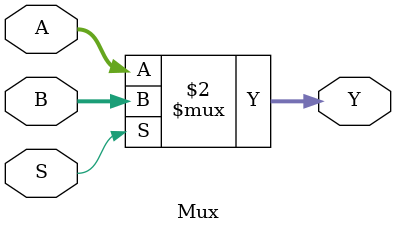
<source format=v>
`timescale 1ns / 1ps
module Mux(
    Y, A, B, S
    );
    input [31:0]A, B;
    input S;
    output [31:0]Y;
    assign Y = (S == 1'b1)?B:A;
endmodule

</source>
